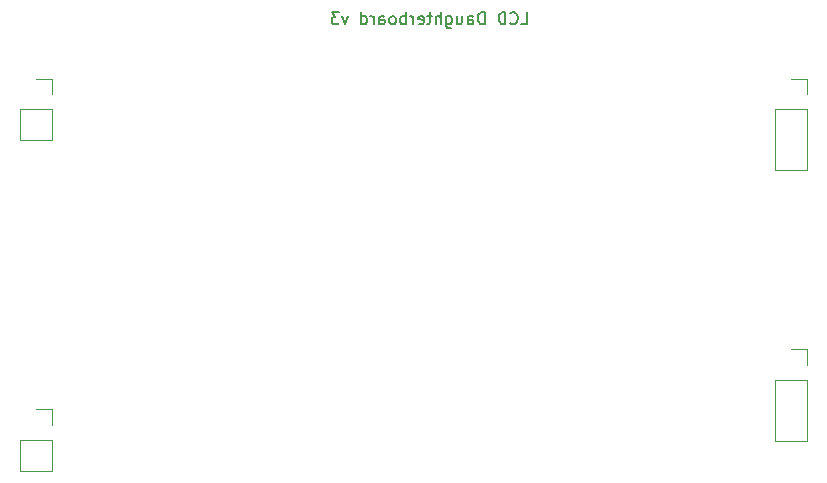
<source format=gbr>
G04 #@! TF.GenerationSoftware,KiCad,Pcbnew,8.0.8*
G04 #@! TF.CreationDate,2025-04-14T14:54:38+01:00*
G04 #@! TF.ProjectId,lcd_Daughterboard,6c63645f-4461-4756-9768-746572626f61,rev?*
G04 #@! TF.SameCoordinates,Original*
G04 #@! TF.FileFunction,Legend,Bot*
G04 #@! TF.FilePolarity,Positive*
%FSLAX46Y46*%
G04 Gerber Fmt 4.6, Leading zero omitted, Abs format (unit mm)*
G04 Created by KiCad (PCBNEW 8.0.8) date 2025-04-14 14:54:38*
%MOMM*%
%LPD*%
G01*
G04 APERTURE LIST*
%ADD10C,0.150000*%
%ADD11C,0.120000*%
G04 APERTURE END LIST*
D10*
X143161906Y-47754819D02*
X143638096Y-47754819D01*
X143638096Y-47754819D02*
X143638096Y-46754819D01*
X142257144Y-47659580D02*
X142304763Y-47707200D01*
X142304763Y-47707200D02*
X142447620Y-47754819D01*
X142447620Y-47754819D02*
X142542858Y-47754819D01*
X142542858Y-47754819D02*
X142685715Y-47707200D01*
X142685715Y-47707200D02*
X142780953Y-47611961D01*
X142780953Y-47611961D02*
X142828572Y-47516723D01*
X142828572Y-47516723D02*
X142876191Y-47326247D01*
X142876191Y-47326247D02*
X142876191Y-47183390D01*
X142876191Y-47183390D02*
X142828572Y-46992914D01*
X142828572Y-46992914D02*
X142780953Y-46897676D01*
X142780953Y-46897676D02*
X142685715Y-46802438D01*
X142685715Y-46802438D02*
X142542858Y-46754819D01*
X142542858Y-46754819D02*
X142447620Y-46754819D01*
X142447620Y-46754819D02*
X142304763Y-46802438D01*
X142304763Y-46802438D02*
X142257144Y-46850057D01*
X141828572Y-47754819D02*
X141828572Y-46754819D01*
X141828572Y-46754819D02*
X141590477Y-46754819D01*
X141590477Y-46754819D02*
X141447620Y-46802438D01*
X141447620Y-46802438D02*
X141352382Y-46897676D01*
X141352382Y-46897676D02*
X141304763Y-46992914D01*
X141304763Y-46992914D02*
X141257144Y-47183390D01*
X141257144Y-47183390D02*
X141257144Y-47326247D01*
X141257144Y-47326247D02*
X141304763Y-47516723D01*
X141304763Y-47516723D02*
X141352382Y-47611961D01*
X141352382Y-47611961D02*
X141447620Y-47707200D01*
X141447620Y-47707200D02*
X141590477Y-47754819D01*
X141590477Y-47754819D02*
X141828572Y-47754819D01*
X140066667Y-47754819D02*
X140066667Y-46754819D01*
X140066667Y-46754819D02*
X139828572Y-46754819D01*
X139828572Y-46754819D02*
X139685715Y-46802438D01*
X139685715Y-46802438D02*
X139590477Y-46897676D01*
X139590477Y-46897676D02*
X139542858Y-46992914D01*
X139542858Y-46992914D02*
X139495239Y-47183390D01*
X139495239Y-47183390D02*
X139495239Y-47326247D01*
X139495239Y-47326247D02*
X139542858Y-47516723D01*
X139542858Y-47516723D02*
X139590477Y-47611961D01*
X139590477Y-47611961D02*
X139685715Y-47707200D01*
X139685715Y-47707200D02*
X139828572Y-47754819D01*
X139828572Y-47754819D02*
X140066667Y-47754819D01*
X138638096Y-47754819D02*
X138638096Y-47231009D01*
X138638096Y-47231009D02*
X138685715Y-47135771D01*
X138685715Y-47135771D02*
X138780953Y-47088152D01*
X138780953Y-47088152D02*
X138971429Y-47088152D01*
X138971429Y-47088152D02*
X139066667Y-47135771D01*
X138638096Y-47707200D02*
X138733334Y-47754819D01*
X138733334Y-47754819D02*
X138971429Y-47754819D01*
X138971429Y-47754819D02*
X139066667Y-47707200D01*
X139066667Y-47707200D02*
X139114286Y-47611961D01*
X139114286Y-47611961D02*
X139114286Y-47516723D01*
X139114286Y-47516723D02*
X139066667Y-47421485D01*
X139066667Y-47421485D02*
X138971429Y-47373866D01*
X138971429Y-47373866D02*
X138733334Y-47373866D01*
X138733334Y-47373866D02*
X138638096Y-47326247D01*
X137733334Y-47088152D02*
X137733334Y-47754819D01*
X138161905Y-47088152D02*
X138161905Y-47611961D01*
X138161905Y-47611961D02*
X138114286Y-47707200D01*
X138114286Y-47707200D02*
X138019048Y-47754819D01*
X138019048Y-47754819D02*
X137876191Y-47754819D01*
X137876191Y-47754819D02*
X137780953Y-47707200D01*
X137780953Y-47707200D02*
X137733334Y-47659580D01*
X136828572Y-47088152D02*
X136828572Y-47897676D01*
X136828572Y-47897676D02*
X136876191Y-47992914D01*
X136876191Y-47992914D02*
X136923810Y-48040533D01*
X136923810Y-48040533D02*
X137019048Y-48088152D01*
X137019048Y-48088152D02*
X137161905Y-48088152D01*
X137161905Y-48088152D02*
X137257143Y-48040533D01*
X136828572Y-47707200D02*
X136923810Y-47754819D01*
X136923810Y-47754819D02*
X137114286Y-47754819D01*
X137114286Y-47754819D02*
X137209524Y-47707200D01*
X137209524Y-47707200D02*
X137257143Y-47659580D01*
X137257143Y-47659580D02*
X137304762Y-47564342D01*
X137304762Y-47564342D02*
X137304762Y-47278628D01*
X137304762Y-47278628D02*
X137257143Y-47183390D01*
X137257143Y-47183390D02*
X137209524Y-47135771D01*
X137209524Y-47135771D02*
X137114286Y-47088152D01*
X137114286Y-47088152D02*
X136923810Y-47088152D01*
X136923810Y-47088152D02*
X136828572Y-47135771D01*
X136352381Y-47754819D02*
X136352381Y-46754819D01*
X135923810Y-47754819D02*
X135923810Y-47231009D01*
X135923810Y-47231009D02*
X135971429Y-47135771D01*
X135971429Y-47135771D02*
X136066667Y-47088152D01*
X136066667Y-47088152D02*
X136209524Y-47088152D01*
X136209524Y-47088152D02*
X136304762Y-47135771D01*
X136304762Y-47135771D02*
X136352381Y-47183390D01*
X135590476Y-47088152D02*
X135209524Y-47088152D01*
X135447619Y-46754819D02*
X135447619Y-47611961D01*
X135447619Y-47611961D02*
X135400000Y-47707200D01*
X135400000Y-47707200D02*
X135304762Y-47754819D01*
X135304762Y-47754819D02*
X135209524Y-47754819D01*
X134495238Y-47707200D02*
X134590476Y-47754819D01*
X134590476Y-47754819D02*
X134780952Y-47754819D01*
X134780952Y-47754819D02*
X134876190Y-47707200D01*
X134876190Y-47707200D02*
X134923809Y-47611961D01*
X134923809Y-47611961D02*
X134923809Y-47231009D01*
X134923809Y-47231009D02*
X134876190Y-47135771D01*
X134876190Y-47135771D02*
X134780952Y-47088152D01*
X134780952Y-47088152D02*
X134590476Y-47088152D01*
X134590476Y-47088152D02*
X134495238Y-47135771D01*
X134495238Y-47135771D02*
X134447619Y-47231009D01*
X134447619Y-47231009D02*
X134447619Y-47326247D01*
X134447619Y-47326247D02*
X134923809Y-47421485D01*
X134019047Y-47754819D02*
X134019047Y-47088152D01*
X134019047Y-47278628D02*
X133971428Y-47183390D01*
X133971428Y-47183390D02*
X133923809Y-47135771D01*
X133923809Y-47135771D02*
X133828571Y-47088152D01*
X133828571Y-47088152D02*
X133733333Y-47088152D01*
X133399999Y-47754819D02*
X133399999Y-46754819D01*
X133399999Y-47135771D02*
X133304761Y-47088152D01*
X133304761Y-47088152D02*
X133114285Y-47088152D01*
X133114285Y-47088152D02*
X133019047Y-47135771D01*
X133019047Y-47135771D02*
X132971428Y-47183390D01*
X132971428Y-47183390D02*
X132923809Y-47278628D01*
X132923809Y-47278628D02*
X132923809Y-47564342D01*
X132923809Y-47564342D02*
X132971428Y-47659580D01*
X132971428Y-47659580D02*
X133019047Y-47707200D01*
X133019047Y-47707200D02*
X133114285Y-47754819D01*
X133114285Y-47754819D02*
X133304761Y-47754819D01*
X133304761Y-47754819D02*
X133399999Y-47707200D01*
X132352380Y-47754819D02*
X132447618Y-47707200D01*
X132447618Y-47707200D02*
X132495237Y-47659580D01*
X132495237Y-47659580D02*
X132542856Y-47564342D01*
X132542856Y-47564342D02*
X132542856Y-47278628D01*
X132542856Y-47278628D02*
X132495237Y-47183390D01*
X132495237Y-47183390D02*
X132447618Y-47135771D01*
X132447618Y-47135771D02*
X132352380Y-47088152D01*
X132352380Y-47088152D02*
X132209523Y-47088152D01*
X132209523Y-47088152D02*
X132114285Y-47135771D01*
X132114285Y-47135771D02*
X132066666Y-47183390D01*
X132066666Y-47183390D02*
X132019047Y-47278628D01*
X132019047Y-47278628D02*
X132019047Y-47564342D01*
X132019047Y-47564342D02*
X132066666Y-47659580D01*
X132066666Y-47659580D02*
X132114285Y-47707200D01*
X132114285Y-47707200D02*
X132209523Y-47754819D01*
X132209523Y-47754819D02*
X132352380Y-47754819D01*
X131161904Y-47754819D02*
X131161904Y-47231009D01*
X131161904Y-47231009D02*
X131209523Y-47135771D01*
X131209523Y-47135771D02*
X131304761Y-47088152D01*
X131304761Y-47088152D02*
X131495237Y-47088152D01*
X131495237Y-47088152D02*
X131590475Y-47135771D01*
X131161904Y-47707200D02*
X131257142Y-47754819D01*
X131257142Y-47754819D02*
X131495237Y-47754819D01*
X131495237Y-47754819D02*
X131590475Y-47707200D01*
X131590475Y-47707200D02*
X131638094Y-47611961D01*
X131638094Y-47611961D02*
X131638094Y-47516723D01*
X131638094Y-47516723D02*
X131590475Y-47421485D01*
X131590475Y-47421485D02*
X131495237Y-47373866D01*
X131495237Y-47373866D02*
X131257142Y-47373866D01*
X131257142Y-47373866D02*
X131161904Y-47326247D01*
X130685713Y-47754819D02*
X130685713Y-47088152D01*
X130685713Y-47278628D02*
X130638094Y-47183390D01*
X130638094Y-47183390D02*
X130590475Y-47135771D01*
X130590475Y-47135771D02*
X130495237Y-47088152D01*
X130495237Y-47088152D02*
X130399999Y-47088152D01*
X129638094Y-47754819D02*
X129638094Y-46754819D01*
X129638094Y-47707200D02*
X129733332Y-47754819D01*
X129733332Y-47754819D02*
X129923808Y-47754819D01*
X129923808Y-47754819D02*
X130019046Y-47707200D01*
X130019046Y-47707200D02*
X130066665Y-47659580D01*
X130066665Y-47659580D02*
X130114284Y-47564342D01*
X130114284Y-47564342D02*
X130114284Y-47278628D01*
X130114284Y-47278628D02*
X130066665Y-47183390D01*
X130066665Y-47183390D02*
X130019046Y-47135771D01*
X130019046Y-47135771D02*
X129923808Y-47088152D01*
X129923808Y-47088152D02*
X129733332Y-47088152D01*
X129733332Y-47088152D02*
X129638094Y-47135771D01*
X128495236Y-47088152D02*
X128257141Y-47754819D01*
X128257141Y-47754819D02*
X128019046Y-47088152D01*
X127733331Y-46754819D02*
X127114284Y-46754819D01*
X127114284Y-46754819D02*
X127447617Y-47135771D01*
X127447617Y-47135771D02*
X127304760Y-47135771D01*
X127304760Y-47135771D02*
X127209522Y-47183390D01*
X127209522Y-47183390D02*
X127161903Y-47231009D01*
X127161903Y-47231009D02*
X127114284Y-47326247D01*
X127114284Y-47326247D02*
X127114284Y-47564342D01*
X127114284Y-47564342D02*
X127161903Y-47659580D01*
X127161903Y-47659580D02*
X127209522Y-47707200D01*
X127209522Y-47707200D02*
X127304760Y-47754819D01*
X127304760Y-47754819D02*
X127590474Y-47754819D01*
X127590474Y-47754819D02*
X127685712Y-47707200D01*
X127685712Y-47707200D02*
X127733331Y-47659580D01*
D11*
X100770000Y-54970000D02*
X103430000Y-54970000D01*
X100770000Y-57570000D02*
X100770000Y-54970000D01*
X100770000Y-57570000D02*
X103430000Y-57570000D01*
X102100000Y-52370000D02*
X103430000Y-52370000D01*
X103430000Y-52370000D02*
X103430000Y-53700000D01*
X103430000Y-57570000D02*
X103430000Y-54970000D01*
X164670000Y-54970000D02*
X167330000Y-54970000D01*
X164670000Y-60110000D02*
X164670000Y-54970000D01*
X164670000Y-60110000D02*
X167330000Y-60110000D01*
X166000000Y-52370000D02*
X167330000Y-52370000D01*
X167330000Y-52370000D02*
X167330000Y-53700000D01*
X167330000Y-60110000D02*
X167330000Y-54970000D01*
X164670000Y-77870000D02*
X167330000Y-77870000D01*
X164670000Y-83010000D02*
X164670000Y-77870000D01*
X164670000Y-83010000D02*
X167330000Y-83010000D01*
X166000000Y-75270000D02*
X167330000Y-75270000D01*
X167330000Y-75270000D02*
X167330000Y-76600000D01*
X167330000Y-83010000D02*
X167330000Y-77870000D01*
X100770000Y-82970000D02*
X103430000Y-82970000D01*
X100770000Y-85570000D02*
X100770000Y-82970000D01*
X100770000Y-85570000D02*
X103430000Y-85570000D01*
X102100000Y-80370000D02*
X103430000Y-80370000D01*
X103430000Y-80370000D02*
X103430000Y-81700000D01*
X103430000Y-85570000D02*
X103430000Y-82970000D01*
M02*

</source>
